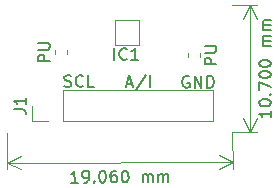
<source format=gbr>
G04 #@! TF.GenerationSoftware,KiCad,Pcbnew,(5.1.5)-3*
G04 #@! TF.CreationDate,2020-05-16T18:01:42+03:00*
G04 #@! TF.ProjectId,STTS22H_Breakout_Board,53545453-3232-4485-9f42-7265616b6f75,rev?*
G04 #@! TF.SameCoordinates,Original*
G04 #@! TF.FileFunction,Legend,Top*
G04 #@! TF.FilePolarity,Positive*
%FSLAX46Y46*%
G04 Gerber Fmt 4.6, Leading zero omitted, Abs format (unit mm)*
G04 Created by KiCad (PCBNEW (5.1.5)-3) date 2020-05-16 18:01:42*
%MOMM*%
%LPD*%
G04 APERTURE LIST*
%ADD10C,0.150000*%
%ADD11C,0.120000*%
G04 APERTURE END LIST*
D10*
X137222380Y-154201428D02*
X137222380Y-154772857D01*
X137222380Y-154487142D02*
X136222380Y-154487142D01*
X136365238Y-154582380D01*
X136460476Y-154677619D01*
X136508095Y-154772857D01*
X136222380Y-153582380D02*
X136222380Y-153487142D01*
X136270000Y-153391904D01*
X136317619Y-153344285D01*
X136412857Y-153296666D01*
X136603333Y-153249047D01*
X136841428Y-153249047D01*
X137031904Y-153296666D01*
X137127142Y-153344285D01*
X137174761Y-153391904D01*
X137222380Y-153487142D01*
X137222380Y-153582380D01*
X137174761Y-153677619D01*
X137127142Y-153725238D01*
X137031904Y-153772857D01*
X136841428Y-153820476D01*
X136603333Y-153820476D01*
X136412857Y-153772857D01*
X136317619Y-153725238D01*
X136270000Y-153677619D01*
X136222380Y-153582380D01*
X137127142Y-152820476D02*
X137174761Y-152772857D01*
X137222380Y-152820476D01*
X137174761Y-152868095D01*
X137127142Y-152820476D01*
X137222380Y-152820476D01*
X136222380Y-152439523D02*
X136222380Y-151772857D01*
X137222380Y-152201428D01*
X136222380Y-151201428D02*
X136222380Y-151106190D01*
X136270000Y-151010952D01*
X136317619Y-150963333D01*
X136412857Y-150915714D01*
X136603333Y-150868095D01*
X136841428Y-150868095D01*
X137031904Y-150915714D01*
X137127142Y-150963333D01*
X137174761Y-151010952D01*
X137222380Y-151106190D01*
X137222380Y-151201428D01*
X137174761Y-151296666D01*
X137127142Y-151344285D01*
X137031904Y-151391904D01*
X136841428Y-151439523D01*
X136603333Y-151439523D01*
X136412857Y-151391904D01*
X136317619Y-151344285D01*
X136270000Y-151296666D01*
X136222380Y-151201428D01*
X136222380Y-150249047D02*
X136222380Y-150153809D01*
X136270000Y-150058571D01*
X136317619Y-150010952D01*
X136412857Y-149963333D01*
X136603333Y-149915714D01*
X136841428Y-149915714D01*
X137031904Y-149963333D01*
X137127142Y-150010952D01*
X137174761Y-150058571D01*
X137222380Y-150153809D01*
X137222380Y-150249047D01*
X137174761Y-150344285D01*
X137127142Y-150391904D01*
X137031904Y-150439523D01*
X136841428Y-150487142D01*
X136603333Y-150487142D01*
X136412857Y-150439523D01*
X136317619Y-150391904D01*
X136270000Y-150344285D01*
X136222380Y-150249047D01*
X137222380Y-148725238D02*
X136555714Y-148725238D01*
X136650952Y-148725238D02*
X136603333Y-148677619D01*
X136555714Y-148582380D01*
X136555714Y-148439523D01*
X136603333Y-148344285D01*
X136698571Y-148296666D01*
X137222380Y-148296666D01*
X136698571Y-148296666D02*
X136603333Y-148249047D01*
X136555714Y-148153809D01*
X136555714Y-148010952D01*
X136603333Y-147915714D01*
X136698571Y-147868095D01*
X137222380Y-147868095D01*
X137222380Y-147391904D02*
X136555714Y-147391904D01*
X136650952Y-147391904D02*
X136603333Y-147344285D01*
X136555714Y-147249047D01*
X136555714Y-147106190D01*
X136603333Y-147010952D01*
X136698571Y-146963333D01*
X137222380Y-146963333D01*
X136698571Y-146963333D02*
X136603333Y-146915714D01*
X136555714Y-146820476D01*
X136555714Y-146677619D01*
X136603333Y-146582380D01*
X136698571Y-146534761D01*
X137222380Y-146534761D01*
D11*
X135500000Y-155980000D02*
X135500000Y-145280000D01*
X133980000Y-155980000D02*
X136086421Y-155980000D01*
X133980000Y-145280000D02*
X136086421Y-145280000D01*
X135500000Y-145280000D02*
X136086421Y-146406504D01*
X135500000Y-145280000D02*
X134913579Y-146406504D01*
X135500000Y-155980000D02*
X136086421Y-154853496D01*
X135500000Y-155980000D02*
X134913579Y-154853496D01*
D10*
X120894190Y-160294669D02*
X120322766Y-160296767D01*
X120608478Y-160295718D02*
X120604805Y-159295725D01*
X120510093Y-159438931D01*
X120415205Y-159534518D01*
X120320142Y-159582487D01*
X121370378Y-160292920D02*
X121560853Y-160292220D01*
X121655915Y-160244252D01*
X121703359Y-160196458D01*
X121798072Y-160053252D01*
X121844991Y-159862603D01*
X121843592Y-159481653D01*
X121795623Y-159386590D01*
X121747830Y-159339146D01*
X121652417Y-159291877D01*
X121461943Y-159292577D01*
X121366880Y-159340545D01*
X121319436Y-159388339D01*
X121272167Y-159483751D01*
X121273042Y-159721845D01*
X121321010Y-159816908D01*
X121368804Y-159864351D01*
X121464216Y-159911620D01*
X121654691Y-159910921D01*
X121749754Y-159862952D01*
X121797197Y-159815159D01*
X121844466Y-159719746D01*
X122274784Y-160194360D02*
X122322577Y-160241804D01*
X122275133Y-160289597D01*
X122227340Y-160242153D01*
X122274784Y-160194360D01*
X122275133Y-160289597D01*
X122938123Y-159287155D02*
X123033361Y-159286806D01*
X123128773Y-159334075D01*
X123176566Y-159381518D01*
X123224535Y-159476581D01*
X123272853Y-159666881D01*
X123273728Y-159904975D01*
X123226808Y-160095625D01*
X123179540Y-160191037D01*
X123132096Y-160238830D01*
X123037033Y-160286799D01*
X122941796Y-160287149D01*
X122846383Y-160239880D01*
X122798590Y-160192436D01*
X122750621Y-160097373D01*
X122702303Y-159907073D01*
X122701429Y-159668980D01*
X122748348Y-159478330D01*
X122795617Y-159382918D01*
X122843061Y-159335124D01*
X122938123Y-159287155D01*
X124128591Y-159282783D02*
X123938116Y-159283483D01*
X123843054Y-159331451D01*
X123795610Y-159379245D01*
X123700897Y-159522451D01*
X123653978Y-159713101D01*
X123655377Y-160094051D01*
X123703346Y-160189113D01*
X123751139Y-160236557D01*
X123846551Y-160283826D01*
X124037026Y-160283126D01*
X124132089Y-160235158D01*
X124179533Y-160187364D01*
X124226802Y-160091952D01*
X124225927Y-159853858D01*
X124177959Y-159758796D01*
X124130165Y-159711352D01*
X124034753Y-159664083D01*
X123844278Y-159664782D01*
X123749215Y-159712751D01*
X123701772Y-159760545D01*
X123654503Y-159855957D01*
X124842872Y-159280160D02*
X124938110Y-159279810D01*
X125033522Y-159327079D01*
X125081316Y-159374523D01*
X125129284Y-159469586D01*
X125177602Y-159659886D01*
X125178477Y-159897979D01*
X125131558Y-160088629D01*
X125084289Y-160184041D01*
X125036845Y-160231835D01*
X124941782Y-160279804D01*
X124846545Y-160280153D01*
X124751132Y-160232884D01*
X124703339Y-160185441D01*
X124655370Y-160090378D01*
X124607052Y-159900078D01*
X124606178Y-159661984D01*
X124653097Y-159471335D01*
X124700366Y-159375922D01*
X124747810Y-159328129D01*
X124842872Y-159280160D01*
X126370344Y-160274557D02*
X126367896Y-159607895D01*
X126368245Y-159703132D02*
X126415689Y-159655339D01*
X126510752Y-159607370D01*
X126653608Y-159606846D01*
X126749020Y-159654114D01*
X126796989Y-159749177D01*
X126798913Y-160272983D01*
X126796989Y-159749177D02*
X126844258Y-159653765D01*
X126939320Y-159605796D01*
X127082176Y-159605272D01*
X127177589Y-159652541D01*
X127225557Y-159747603D01*
X127227481Y-160271409D01*
X127703668Y-160269660D02*
X127701220Y-159602998D01*
X127701570Y-159698235D02*
X127749014Y-159650442D01*
X127844076Y-159602473D01*
X127986932Y-159601949D01*
X128082345Y-159649218D01*
X128130313Y-159744280D01*
X128132237Y-160268086D01*
X128130313Y-159744280D02*
X128177582Y-159648868D01*
X128272645Y-159600899D01*
X128415501Y-159600375D01*
X128510913Y-159647644D01*
X128558882Y-159742706D01*
X128560805Y-160266512D01*
D11*
X133989270Y-158524184D02*
X114929270Y-158594184D01*
X133980000Y-156000000D02*
X133991424Y-159110601D01*
X114920000Y-156070000D02*
X114931424Y-159180601D01*
X114929270Y-158594184D02*
X116053612Y-158003630D01*
X114929270Y-158594184D02*
X116057920Y-159176464D01*
X133989270Y-158524184D02*
X132860620Y-157941904D01*
X133989270Y-158524184D02*
X132864928Y-159114738D01*
D10*
X130308095Y-151310000D02*
X130212857Y-151262380D01*
X130070000Y-151262380D01*
X129927142Y-151310000D01*
X129831904Y-151405238D01*
X129784285Y-151500476D01*
X129736666Y-151690952D01*
X129736666Y-151833809D01*
X129784285Y-152024285D01*
X129831904Y-152119523D01*
X129927142Y-152214761D01*
X130070000Y-152262380D01*
X130165238Y-152262380D01*
X130308095Y-152214761D01*
X130355714Y-152167142D01*
X130355714Y-151833809D01*
X130165238Y-151833809D01*
X130784285Y-152262380D02*
X130784285Y-151262380D01*
X131355714Y-152262380D01*
X131355714Y-151262380D01*
X131831904Y-152262380D02*
X131831904Y-151262380D01*
X132070000Y-151262380D01*
X132212857Y-151310000D01*
X132308095Y-151405238D01*
X132355714Y-151500476D01*
X132403333Y-151690952D01*
X132403333Y-151833809D01*
X132355714Y-152024285D01*
X132308095Y-152119523D01*
X132212857Y-152214761D01*
X132070000Y-152262380D01*
X131831904Y-152262380D01*
X125020000Y-151906666D02*
X125496190Y-151906666D01*
X124924761Y-152192380D02*
X125258095Y-151192380D01*
X125591428Y-152192380D01*
X126639047Y-151144761D02*
X125781904Y-152430476D01*
X126972380Y-152192380D02*
X126972380Y-151192380D01*
X119749523Y-152144761D02*
X119892380Y-152192380D01*
X120130476Y-152192380D01*
X120225714Y-152144761D01*
X120273333Y-152097142D01*
X120320952Y-152001904D01*
X120320952Y-151906666D01*
X120273333Y-151811428D01*
X120225714Y-151763809D01*
X120130476Y-151716190D01*
X119940000Y-151668571D01*
X119844761Y-151620952D01*
X119797142Y-151573333D01*
X119749523Y-151478095D01*
X119749523Y-151382857D01*
X119797142Y-151287619D01*
X119844761Y-151240000D01*
X119940000Y-151192380D01*
X120178095Y-151192380D01*
X120320952Y-151240000D01*
X121320952Y-152097142D02*
X121273333Y-152144761D01*
X121130476Y-152192380D01*
X121035238Y-152192380D01*
X120892380Y-152144761D01*
X120797142Y-152049523D01*
X120749523Y-151954285D01*
X120701904Y-151763809D01*
X120701904Y-151620952D01*
X120749523Y-151430476D01*
X120797142Y-151335238D01*
X120892380Y-151240000D01*
X121035238Y-151192380D01*
X121130476Y-151192380D01*
X121273333Y-151240000D01*
X121320952Y-151287619D01*
X122225714Y-152192380D02*
X121749523Y-152192380D01*
X121749523Y-151192380D01*
D11*
X124035000Y-148580000D02*
X124035000Y-146580000D01*
X124035000Y-146580000D02*
X124035000Y-146555000D01*
X124035000Y-146555000D02*
X124035000Y-146530000D01*
X124035000Y-146530000D02*
X126085000Y-146530000D01*
X126085000Y-146530000D02*
X126085000Y-148605000D01*
X126085000Y-148605000D02*
X126085000Y-148630000D01*
X126085000Y-148630000D02*
X124035000Y-148630000D01*
X132370000Y-155100000D02*
X132370000Y-152440000D01*
X119610000Y-155100000D02*
X132370000Y-155100000D01*
X119610000Y-152440000D02*
X132370000Y-152440000D01*
X119610000Y-155100000D02*
X119610000Y-152440000D01*
X118340000Y-155100000D02*
X117010000Y-155100000D01*
X117010000Y-155100000D02*
X117010000Y-153770000D01*
X120000000Y-149402779D02*
X120000000Y-149077221D01*
X118980000Y-149402779D02*
X118980000Y-149077221D01*
X131250000Y-149337221D02*
X131250000Y-149662779D01*
X130230000Y-149337221D02*
X130230000Y-149662779D01*
D10*
X123983809Y-149907380D02*
X123983809Y-148907380D01*
X125031428Y-149812142D02*
X124983809Y-149859761D01*
X124840952Y-149907380D01*
X124745714Y-149907380D01*
X124602857Y-149859761D01*
X124507619Y-149764523D01*
X124460000Y-149669285D01*
X124412380Y-149478809D01*
X124412380Y-149335952D01*
X124460000Y-149145476D01*
X124507619Y-149050238D01*
X124602857Y-148955000D01*
X124745714Y-148907380D01*
X124840952Y-148907380D01*
X124983809Y-148955000D01*
X125031428Y-149002619D01*
X125983809Y-149907380D02*
X125412380Y-149907380D01*
X125698095Y-149907380D02*
X125698095Y-148907380D01*
X125602857Y-149050238D01*
X125507619Y-149145476D01*
X125412380Y-149193095D01*
X115462380Y-154103333D02*
X116176666Y-154103333D01*
X116319523Y-154150952D01*
X116414761Y-154246190D01*
X116462380Y-154389047D01*
X116462380Y-154484285D01*
X116462380Y-153103333D02*
X116462380Y-153674761D01*
X116462380Y-153389047D02*
X115462380Y-153389047D01*
X115605238Y-153484285D01*
X115700476Y-153579523D01*
X115748095Y-153674761D01*
X118512380Y-150025714D02*
X117512380Y-150025714D01*
X117512380Y-149644761D01*
X117560000Y-149549523D01*
X117607619Y-149501904D01*
X117702857Y-149454285D01*
X117845714Y-149454285D01*
X117940952Y-149501904D01*
X117988571Y-149549523D01*
X118036190Y-149644761D01*
X118036190Y-150025714D01*
X117512380Y-149025714D02*
X118321904Y-149025714D01*
X118417142Y-148978095D01*
X118464761Y-148930476D01*
X118512380Y-148835238D01*
X118512380Y-148644761D01*
X118464761Y-148549523D01*
X118417142Y-148501904D01*
X118321904Y-148454285D01*
X117512380Y-148454285D01*
X132622380Y-150285714D02*
X131622380Y-150285714D01*
X131622380Y-149904761D01*
X131670000Y-149809523D01*
X131717619Y-149761904D01*
X131812857Y-149714285D01*
X131955714Y-149714285D01*
X132050952Y-149761904D01*
X132098571Y-149809523D01*
X132146190Y-149904761D01*
X132146190Y-150285714D01*
X131622380Y-149285714D02*
X132431904Y-149285714D01*
X132527142Y-149238095D01*
X132574761Y-149190476D01*
X132622380Y-149095238D01*
X132622380Y-148904761D01*
X132574761Y-148809523D01*
X132527142Y-148761904D01*
X132431904Y-148714285D01*
X131622380Y-148714285D01*
M02*

</source>
